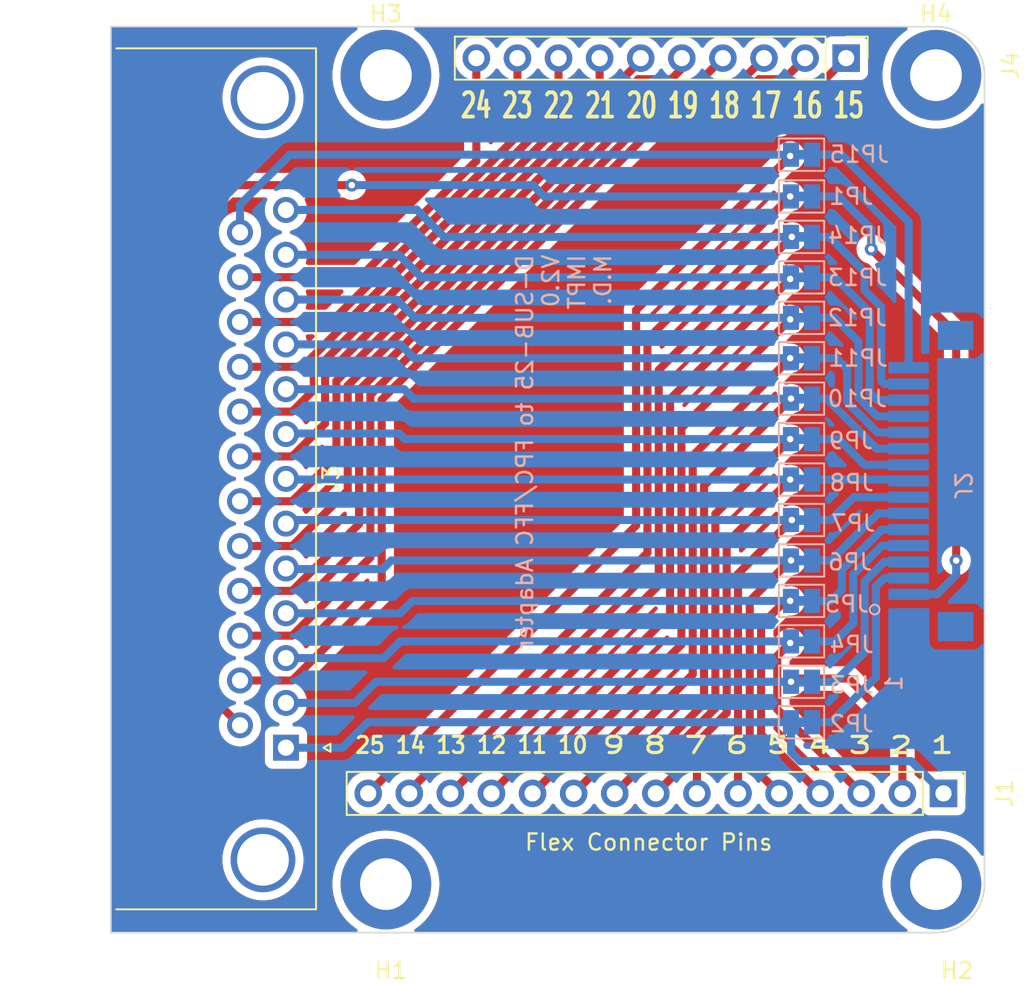
<source format=kicad_pcb>
(kicad_pcb (version 20240108) (generator "pcbnew") (generator_version "8.0")
  (layers (0 "F.Cu" signal) (31 "B.Cu" signal) (34 "B.Paste" user) (35 "F.Paste" user) (36 "B.SilkS" user "B.Silkscreen") (37 "F.SilkS" user "F.Silkscreen") (38 "B.Mask" user) (39 "F.Mask" user) (44 "Edge.Cuts" user))
  (net 0 "")
  (net 1 "Net-(J1-Pin_7)")
  (net 2 "Net-(J1-Pin_2)")
  (net 3 "Net-(J1-Pin_5)")
  (net 4 "Net-(J1-Pin_8)")
  (net 5 "Net-(J1-Pin_9)")
  (net 6 "Net-(J1-Pin_3)")
  (net 7 "Net-(J1-Pin_14)")
  (net 8 "Net-(J1-Pin_12)")
  (net 9 "Net-(J1-Pin_13)")
  (net 10 "Net-(J1-Pin_4)")
  (net 11 "Net-(J1-Pin_1)")
  (net 12 "Net-(J1-Pin_15)")
  (net 13 "Net-(J1-Pin_11)")
  (net 14 "Net-(J1-Pin_10)")
  (net 15 "Net-(J1-Pin_6)")
  (net 16 "/D0_P")
  (net 17 "/D1_N")
  (net 18 "/3,3V")
  (net 19 "/CK_P")
  (net 20 "/IO1")
  (net 21 "/D1_P")
  (net 22 "/D0_N")
  (net 23 "/SCL")
  (net 24 "/SDA")
  (net 25 "/IO0")
  (net 26 "/CK_N")
  (net 27 "GND")
  (net 28 "Net-(J3-P17)")
  (net 29 "Net-(J3-P24)")
  (net 30 "Net-(J3-P18)")
  (net 31 "Net-(J3-P21)")
  (net 32 "Net-(J3-P16)")
  (net 33 "Net-(J3-P22)")
  (net 34 "Net-(J3-P19)")
  (net 35 "Net-(J3-P15)")
  (net 36 "Net-(J3-P20)")
  (net 37 "Net-(J3-P23)")
  (footprint "MountingHole:MountingHole_3.2mm_M3_DIN965_Pad" (layer "F.Cu") (at 179 127)
    (property "Reference" "H2" (at 1.3 5.35 0) (layer "F.SilkS"))
    (property "Value" "MountingHole")
    (pad "1" thru_hole circle (at 0 0) (size 5.6 5.6) (drill 3.2) (layers "*.Cu" "*.Mask"))
  )
  (footprint "MountingHole:MountingHole_3.2mm_M3_DIN965_Pad" (layer "F.Cu") (at 145 127)
    (property "Reference" "H1" (at 0.3 5.35 0) (layer "F.SilkS"))
    (property "Value" "MountingHole")
    (pad "1" thru_hole circle (at 0 0) (size 5.6 5.6) (drill 3.2) (layers "*.Cu" "*.Mask"))
  )
  (footprint "MountingHole:MountingHole_3.2mm_M3_DIN965_Pad" (layer "F.Cu") (at 145 77)
    (property "Reference" "H3" (at 0 -3.8 0) (layer "F.SilkS"))
    (property "Value" "MountingHole")
    (pad "1" thru_hole circle (at 0 0) (size 5.6 5.6) (drill 3.2) (layers "*.Cu" "*.Mask"))
  )
  (footprint "Connector_Dsub:DSUB-25_Female_Horizontal_P2.77x2.84mm_EdgePinOffset7.70mm_Housed_MountingHolesOffset9.12mm" (layer "F.Cu") (at 138.82 118.57 -90)
    (property "Reference" "J3" (at -16.62 -2.8 90) (layer "F.SilkS"))
    (property "Value" "DB25_Female_MountingHoles")
    (fp_line (start -43.23 10.48) (end -43.23 -1.86) (stroke (width 0.12)) (layer "F.SilkS"))
    (fp_line (start -43.23 -1.86) (end 9.99 -1.86) (stroke (width 0.12)) (layer "F.SilkS"))
    (fp_line (start 9.99 -1.86) (end 9.99 10.48) (stroke (width 0.12)) (layer "F.SilkS"))
    (fp_line (start 0 -2.321325) (end -0.25 -2.754338) (stroke (width 0.12)) (layer "F.SilkS"))
    (fp_line (start -0.25 -2.754338) (end 0.25 -2.754338) (stroke (width 0.12)) (layer "F.SilkS"))
    (fp_line (start 0.25 -2.754338) (end 0 -2.321325) (stroke (width 0.12)) (layer "F.SilkS"))
    (pad "0" thru_hole circle (at -40.17 1.42 270) (size 4 4) (drill 3.2) (layers "*.Cu" "*.Mask") (net 27 "GND"))
    (pad "0" thru_hole circle (at 6.93 1.42 270) (size 4 4) (drill 3.2) (layers "*.Cu" "*.Mask") (net 27 "GND"))
    (pad "1" thru_hole rect (at 0 0 270) (size 1.6 1.6) (drill 1) (layers "*.Cu" "*.Mask") (net 11 "Net-(J1-Pin_1)"))
    (pad "2" thru_hole circle (at -2.77 0 270) (size 1.6 1.6) (drill 1) (layers "*.Cu" "*.Mask") (net 2 "Net-(J1-Pin_2)"))
    (pad "3" thru_hole circle (at -5.54 0 270) (size 1.6 1.6) (drill 1) (layers "*.Cu" "*.Mask") (net 6 "Net-(J1-Pin_3)"))
    (pad "4" thru_hole circle (at -8.31 0 270) (size 1.6 1.6) (drill 1) (layers "*.Cu" "*.Mask") (net 10 "Net-(J1-Pin_4)"))
    (pad "5" thru_hole circle (at -11.08 0 270) (size 1.6 1.6) (drill 1) (layers "*.Cu" "*.Mask") (net 3 "Net-(J1-Pin_5)"))
    (pad "6" thru_hole circle (at -13.85 0 270) (size 1.6 1.6) (drill 1) (layers "*.Cu" "*.Mask") (net 15 "Net-(J1-Pin_6)"))
    (pad "7" thru_hole circle (at -16.62 0 270) (size 1.6 1.6) (drill 1) (layers "*.Cu" "*.Mask") (net 1 "Net-(J1-Pin_7)"))
    (pad "8" thru_hole circle (at -19.39 0 270) (size 1.6 1.6) (drill 1) (layers "*.Cu" "*.Mask") (net 4 "Net-(J1-Pin_8)"))
    (pad "9" thru_hole circle (at -22.16 0 270) (size 1.6 1.6) (drill 1) (layers "*.Cu" "*.Mask") (net 5 "Net-(J1-Pin_9)"))
    (pad "10" thru_hole circle (at -24.93 0 270) (size 1.6 1.6) (drill 1) (layers "*.Cu" "*.Mask") (net 14 "Net-(J1-Pin_10)"))
    (pad "11" thru_hole circle (at -27.7 0 270) (size 1.6 1.6) (drill 1) (layers "*.Cu" "*.Mask") (net 13 "Net-(J1-Pin_11)"))
    (pad "12" thru_hole circle (at -30.47 0 270) (size 1.6 1.6) (drill 1) (layers "*.Cu" "*.Mask") (net 8 "Net-(J1-Pin_12)"))
    (pad "13" thru_hole circle (at -33.24 0 270) (size 1.6 1.6) (drill 1) (layers "*.Cu" "*.Mask") (net 9 "Net-(J1-Pin_13)"))
    (pad "14" thru_hole circle (at -1.385 2.84 270) (size 1.6 1.6) (drill 1) (layers "*.Cu" "*.Mask") (net 7 "Net-(J1-Pin_14)"))
    (pad "15" thru_hole circle (at -4.155 2.84 270) (size 1.6 1.6) (drill 1) (layers "*.Cu" "*.Mask") (net 35 "Net-(J3-P15)"))
    (pad "16" thru_hole circle (at -6.925 2.84 270) (size 1.6 1.6) (drill 1) (layers "*.Cu" "*.Mask") (net 32 "Net-(J3-P16)"))
    (pad "17" thru_hole circle (at -9.695 2.84 270) (size 1.6 1.6) (drill 1) (layers "*.Cu" "*.Mask") (net 28 "Net-(J3-P17)"))
    (pad "18" thru_hole circle (at -12.465 2.84 270) (size 1.6 1.6) (drill 1) (layers "*.Cu" "*.Mask") (net 30 "Net-(J3-P18)"))
    (pad "19" thru_hole circle (at -15.235 2.84 270) (size 1.6 1.6) (drill 1) (layers "*.Cu" "*.Mask") (net 34 "Net-(J3-P19)"))
    (pad "20" thru_hole circle (at -18.005 2.84 270) (size 1.6 1.6) (drill 1) (layers "*.Cu" "*.Mask") (net 36 "Net-(J3-P20)"))
    (pad "21" thru_hole circle (at -20.775 2.84 270) (size 1.6 1.6) (drill 1) (layers "*.Cu" "*.Mask") (net 31 "Net-(J3-P21)"))
    (pad "22" thru_hole circle (at -23.545 2.84 270) (size 1.6 1.6) (drill 1) (layers "*.Cu" "*.Mask") (net 33 "Net-(J3-P22)"))
    (pad "23" thru_hole circle (at -26.315 2.84 270) (size 1.6 1.6) (drill 1) (layers "*.Cu" "*.Mask") (net 37 "Net-(J3-P23)"))
    (pad "24" thru_hole circle (at -29.085 2.84 270) (size 1.6 1.6) (drill 1) (layers "*.Cu" "*.Mask") (net 29 "Net-(J3-P24)"))
    (pad "25" thru_hole circle (at -31.855 2.84 270) (size 1.6 1.6) (drill 1) (layers "*.Cu" "*.Mask") (net 12 "Net-(J1-Pin_15)"))
  )
  (footprint "MountingHole:MountingHole_3.2mm_M3_DIN965_Pad" (layer "F.Cu") (at 179 77)
    (property "Reference" "H4" (at 0 -3.8 0) (layer "F.SilkS"))
    (property "Value" "MountingHole")
    (pad "1" thru_hole circle (at 0 0) (size 5.6 5.6) (drill 3.2) (layers "*.Cu" "*.Mask"))
  )
  (footprint "Connector_PinHeader_2.54mm:PinHeader_1x15_P2.54mm_Vertical" (layer "F.Cu") (at 179.464669 121.395 -90)
    (property "Reference" "J1" (at 0 -3.785331 90) (layer "F.SilkS"))
    (property "Value" "Conn_01x15_Pin")
    (fp_line (start -1.33 36.89) (end 1.33 36.89) (stroke (width 0.12)) (layer "F.SilkS"))
    (fp_line (start -1.33 1.27) (end -1.33 36.89) (stroke (width 0.12)) (layer "F.SilkS"))
    (fp_line (start -1.33 1.27) (end 1.33 1.27) (stroke (width 0.12)) (layer "F.SilkS"))
    (fp_line (start 1.33 1.27) (end 1.33 36.89) (stroke (width 0.12)) (layer "F.SilkS"))
    (fp_line (start -1.33 0) (end -1.33 -1.33) (stroke (width 0.12)) (layer "F.SilkS"))
    (fp_line (start -1.33 -1.33) (end 0 -1.33) (stroke (width 0.12)) (layer "F.SilkS"))
    (pad "1" thru_hole rect (at 0 0 270) (size 1.7 1.7) (drill 1) (layers "*.Cu" "*.Mask") (net 11 "Net-(J1-Pin_1)"))
    (pad "2" thru_hole oval (at 0 2.54 270) (size 1.7 1.7) (drill 1) (layers "*.Cu" "*.Mask") (net 2 "Net-(J1-Pin_2)"))
    (pad "3" thru_hole oval (at 0 5.08 270) (size 1.7 1.7) (drill 1) (layers "*.Cu" "*.Mask") (net 6 "Net-(J1-Pin_3)"))
    (pad "4" thru_hole oval (at 0 7.62 270) (size 1.7 1.7) (drill 1) (layers "*.Cu" "*.Mask") (net 10 "Net-(J1-Pin_4)"))
    (pad "5" thru_hole oval (at 0 10.16 270) (size 1.7 1.7) (drill 1) (layers "*.Cu" "*.Mask") (net 3 "Net-(J1-Pin_5)"))
    (pad "6" thru_hole oval (at 0 12.7 270) (size 1.7 1.7) (drill 1) (layers "*.Cu" "*.Mask") (net 15 "Net-(J1-Pin_6)"))
    (pad "7" thru_hole oval (at 0 15.24 270) (size 1.7 1.7) (drill 1) (layers "*.Cu" "*.Mask") (net 1 "Net-(J1-Pin_7)"))
    (pad "8" thru_hole oval (at 0 17.78 270) (size 1.7 1.7) (drill 1) (layers "*.Cu" "*.Mask") (net 4 "Net-(J1-Pin_8)"))
    (pad "9" thru_hole oval (at 0 20.32 270) (size 1.7 1.7) (drill 1) (layers "*.Cu" "*.Mask") (net 5 "Net-(J1-Pin_9)"))
    (pad "10" thru_hole oval (at 0 22.86 270) (size 1.7 1.7) (drill 1) (layers "*.Cu" "*.Mask") (net 14 "Net-(J1-Pin_10)"))
    (pad "11" thru_hole oval (at 0 25.4 270) (size 1.7 1.7) (drill 1) (layers "*.Cu" "*.Mask") (net 13 "Net-(J1-Pin_11)"))
    (pad "12" thru_hole oval (at 0 27.94 270) (size 1.7 1.7) (drill 1) (layers "*.Cu" "*.Mask") (net 8 "Net-(J1-Pin_12)"))
    (pad "13" thru_hole oval (at 0 30.48 270) (size 1.7 1.7) (drill 1) (layers "*.Cu" "*.Mask") (net 9 "Net-(J1-Pin_13)"))
    (pad "14" thru_hole oval (at 0 33.02 270) (size 1.7 1.7) (drill 1) (layers "*.Cu" "*.Mask") (net 7 "Net-(J1-Pin_14)"))
    (pad "15" thru_hole oval (at 0 35.56 270) (size 1.7 1.7) (drill 1) (layers "*.Cu" "*.Mask") (net 12 "Net-(J1-Pin_15)"))
  )
  (footprint "Connector_PinHeader_2.54mm:PinHeader_1x10_P2.54mm_Vertical" (layer "F.Cu") (at 173.449669 75.945 -90)
    (property "Reference" "J4" (at 0.455 -10.150331 90) (layer "F.SilkS"))
    (property "Value" "Conn_01x10_Pin")
    (fp_line (start -1.33 24.19) (end 1.33 24.19) (stroke (width 0.12)) (layer "F.SilkS"))
    (fp_line (start -1.33 1.27) (end -1.33 24.19) (stroke (width 0.12)) (layer "F.SilkS"))
    (fp_line (start -1.33 1.27) (end 1.33 1.27) (stroke (width 0.12)) (layer "F.SilkS"))
    (fp_line (start 1.33 1.27) (end 1.33 24.19) (stroke (width 0.12)) (layer "F.SilkS"))
    (fp_line (start -1.33 0) (end -1.33 -1.33) (stroke (width 0.12)) (layer "F.SilkS"))
    (fp_line (start -1.33 -1.33) (end 0 -1.33) (stroke (width 0.12)) (layer "F.SilkS"))
    (pad "1" thru_hole rect (at 0 0 270) (size 1.7 1.7) (drill 1) (layers "*.Cu" "*.Mask") (net 35 "Net-(J3-P15)"))
    (pad "2" thru_hole oval (at 0 2.54 270) (size 1.7 1.7) (drill 1) (layers "*.Cu" "*.Mask") (net 32 "Net-(J3-P16)"))
    (pad "3" thru_hole oval (at 0 5.08 270) (size 1.7 1.7) (drill 1) (layers "*.Cu" "*.Mask") (net 28 "Net-(J3-P17)"))
    (pad "4" thru_hole oval (at 0 7.62 270) (size 1.7 1.7) (drill 1) (layers "*.Cu" "*.Mask") (net 30 "Net-(J3-P18)"))
    (pad "5" thru_hole oval (at 0 10.16 270) (size 1.7 1.7) (drill 1) (layers "*.Cu" "*.Mask") (net 34 "Net-(J3-P19)"))
    (pad "6" thru_hole oval (at 0 12.7 270) (size 1.7 1.7) (drill 1) (layers "*.Cu" "*.Mask") (net 36 "Net-(J3-P20)"))
    (pad "7" thru_hole oval (at 0 15.24 270) (size 1.7 1.7) (drill 1) (layers "*.Cu" "*.Mask") (net 31 "Net-(J3-P21)"))
    (pad "8" thru_hole oval (at 0 17.78 270) (size 1.7 1.7) (drill 1) (layers "*.Cu" "*.Mask") (net 33 "Net-(J3-P22)"))
    (pad "9" thru_hole oval (at 0 20.32 270) (size 1.7 1.7) (drill 1) (layers "*.Cu" "*.Mask") (net 37 "Net-(J3-P23)"))
    (pad "10" thru_hole oval (at 0 22.86 270) (size 1.7 1.7) (drill 1) (layers "*.Cu" "*.Mask") (net 29 "Net-(J3-P24)"))
  )
  (footprint "Jumper:SolderJumper-2_P1.3mm_Bridged_Pad1.0x1.5mm" (layer "B.Cu") (at 170.689669 109.495 180)
    (property "Reference" "JP5" (at -2.8 -0.2 0) (layer "B.SilkS") (effects (justify mirror)))
    (property "Value" "SolderJumper_2_Bridged")
    (fp_poly (pts (xy -0.25 0.3) (xy 0.25 0.3) (xy 0.25 -0.3) (xy -0.25 -0.3)) (fill solid) (layer "B.Cu"))
    (fp_line (start 1.4 1) (end -1.4 1) (stroke (width 0.12)) (layer "B.SilkS"))
    (fp_line (start 1.4 -1) (end 1.4 1) (stroke (width 0.12)) (layer "B.SilkS"))
    (fp_line (start -1.4 1) (end -1.4 -1) (stroke (width 0.12)) (layer "B.SilkS"))
    (fp_line (start -1.4 -1) (end 1.4 -1) (stroke (width 0.12)) (layer "B.SilkS"))
    (pad "1" smd rect (at -0.65 0 180) (size 1 1.5) (layers "B.Cu" "B.Mask") (net 25 "/IO0"))
    (pad "2" smd rect (at 0.65 0 180) (size 1 1.5) (layers "B.Cu" "B.Mask") (net 10 "Net-(J1-Pin_4)"))
  )
  (footprint "Jumper:SolderJumper-2_P1.3mm_Bridged_Pad1.0x1.5mm" (layer "B.Cu") (at 170.689669 86.995 180)
    (property "Reference" "JP14" (at -3.468 0.088 0) (layer "B.SilkS") (effects (justify mirror)))
    (property "Value" "SolderJumper_2_Bridged")
    (fp_poly (pts (xy -0.25 0.3) (xy 0.25 0.3) (xy 0.25 -0.3) (xy -0.25 -0.3)) (fill solid) (layer "B.Cu"))
    (fp_line (start 1.4 1) (end -1.4 1) (stroke (width 0.12)) (layer "B.SilkS"))
    (fp_line (start 1.4 -1) (end 1.4 1) (stroke (width 0.12)) (layer "B.SilkS"))
    (fp_line (start -1.4 1) (end -1.4 -1) (stroke (width 0.12)) (layer "B.SilkS"))
    (fp_line (start -1.4 -1) (end 1.4 -1) (stroke (width 0.12)) (layer "B.SilkS"))
    (pad "1" smd rect (at -0.65 0 180) (size 1 1.5) (layers "B.Cu" "B.Mask") (net 22 "/D0_N"))
    (pad "2" smd rect (at 0.65 0 180) (size 1 1.5) (layers "B.Cu" "B.Mask") (net 9 "Net-(J1-Pin_13)"))
  )
  (footprint "Jumper:SolderJumper-2_P1.3mm_Bridged_Pad1.0x1.5mm" (layer "B.Cu") (at 170.689669 116.995 180)
    (property "Reference" "JP2" (at -3.1 -0.1 0) (layer "B.SilkS") (effects (justify mirror)))
    (property "Value" "SolderJumper_2_Bridged")
    (fp_poly (pts (xy -0.25 0.3) (xy 0.25 0.3) (xy 0.25 -0.3) (xy -0.25 -0.3)) (fill solid) (layer "B.Cu"))
    (fp_line (start 1.4 1) (end -1.4 1) (stroke (width 0.12)) (layer "B.SilkS"))
    (fp_line (start 1.4 -1) (end 1.4 1) (stroke (width 0.12)) (layer "B.SilkS"))
    (fp_line (start -1.4 1) (end -1.4 -1) (stroke (width 0.12)) (layer "B.SilkS"))
    (fp_line (start -1.4 -1) (end 1.4 -1) (stroke (width 0.12)) (layer "B.SilkS"))
    (pad "1" smd rect (at -0.65 0 180) (size 1 1.5) (layers "B.Cu" "B.Mask") (net 24 "/SDA"))
    (pad "2" smd rect (at 0.65 0 180) (size 1 1.5) (layers "B.Cu" "B.Mask") (net 11 "Net-(J1-Pin_1)"))
  )
  (footprint "Jumper:SolderJumper-2_P1.3mm_Bridged_Pad1.0x1.5mm" (layer "B.Cu") (at 170.689669 91.995 180)
    (property "Reference" "JP12" (at -3.45 0 0) (layer "B.SilkS") (effects (justify mirror)))
    (property "Value" "SolderJumper_2_Bridged")
    (fp_poly (pts (xy -0.25 0.3) (xy 0.25 0.3) (xy 0.25 -0.3) (xy -0.25 -0.3)) (fill solid) (layer "B.Cu"))
    (fp_line (start 1.4 1) (end -1.4 1) (stroke (width 0.12)) (layer "B.SilkS"))
    (fp_line (start 1.4 -1) (end 1.4 1) (stroke (width 0.12)) (layer "B.SilkS"))
    (fp_line (start -1.4 1) (end -1.4 -1) (stroke (width 0.12)) (layer "B.SilkS"))
    (fp_line (start -1.4 -1) (end 1.4 -1) (stroke (width 0.12)) (layer "B.SilkS"))
    (pad "1" smd rect (at -0.65 0 180) (size 1 1.5) (layers "B.Cu" "B.Mask") (net 27 "GND"))
    (pad "2" smd rect (at 0.65 0 180) (size 1 1.5) (layers "B.Cu" "B.Mask") (net 13 "Net-(J1-Pin_11)"))
  )
  (footprint "Jumper:SolderJumper-2_P1.3mm_Bridged_Pad1.0x1.5mm" (layer "B.Cu") (at 170.689669 94.495 180)
    (property "Reference" "JP11" (at -3.5 0 0) (layer "B.SilkS") (effects (justify mirror)))
    (property "Value" "SolderJumper_2_Bridged")
    (fp_poly (pts (xy -0.25 0.3) (xy 0.25 0.3) (xy 0.25 -0.3) (xy -0.25 -0.3)) (fill solid) (layer "B.Cu"))
    (fp_line (start 1.4 1) (end -1.4 1) (stroke (width 0.12)) (layer "B.SilkS"))
    (fp_line (start 1.4 -1) (end 1.4 1) (stroke (width 0.12)) (layer "B.SilkS"))
    (fp_line (start -1.4 1) (end -1.4 -1) (stroke (width 0.12)) (layer "B.SilkS"))
    (fp_line (start -1.4 -1) (end 1.4 -1) (stroke (width 0.12)) (layer "B.SilkS"))
    (pad "1" smd rect (at -0.65 0 180) (size 1 1.5) (layers "B.Cu" "B.Mask") (net 17 "/D1_N"))
    (pad "2" smd rect (at 0.65 0 180) (size 1 1.5) (layers "B.Cu" "B.Mask") (net 14 "Net-(J1-Pin_10)"))
  )
  (footprint "Jumper:SolderJumper-2_P1.3mm_Bridged_Pad1.0x1.5mm" (layer "B.Cu") (at 170.689669 84.495 180)
    (property "Reference" "JP1" (at -3.068 0 0) (layer "B.SilkS") (effects (justify mirror)))
    (property "Value" "SolderJumper_2_Bridged")
    (fp_poly (pts (xy -0.25 0.3) (xy 0.25 0.3) (xy 0.25 -0.3) (xy -0.25 -0.3)) (fill solid) (layer "B.Cu"))
    (fp_line (start 1.4 1) (end -1.4 1) (stroke (width 0.12)) (layer "B.SilkS"))
    (fp_line (start 1.4 -1) (end 1.4 1) (stroke (width 0.12)) (layer "B.SilkS"))
    (fp_line (start -1.4 1) (end -1.4 -1) (stroke (width 0.12)) (layer "B.SilkS"))
    (fp_line (start -1.4 -1) (end 1.4 -1) (stroke (width 0.12)) (layer "B.SilkS"))
    (pad "1" smd rect (at -0.65 0 180) (size 1 1.5) (layers "B.Cu" "B.Mask") (net 18 "/3,3V"))
    (pad "2" smd rect (at 0.65 0 180) (size 1 1.5) (layers "B.Cu" "B.Mask") (net 7 "Net-(J1-Pin_14)"))
  )
  (footprint "Jumper:SolderJumper-2_P1.3mm_Bridged_Pad1.0x1.5mm" (layer "B.Cu") (at 170.689669 104.495 180)
    (property "Reference" "JP7" (at -3.2 -0.2 0) (layer "B.SilkS") (effects (justify mirror)))
    (property "Value" "SolderJumper_2_Bridged")
    (fp_poly (pts (xy -0.25 0.3) (xy 0.25 0.3) (xy 0.25 -0.3) (xy -0.25 -0.3)) (fill solid) (layer "B.Cu"))
    (fp_line (start 1.4 1) (end -1.4 1) (stroke (width 0.12)) (layer "B.SilkS"))
    (fp_line (start 1.4 -1) (end 1.4 1) (stroke (width 0.12)) (layer "B.SilkS"))
    (fp_line (start -1.4 1) (end -1.4 -1) (stroke (width 0.12)) (layer "B.SilkS"))
    (fp_line (start -1.4 -1) (end 1.4 -1) (stroke (width 0.12)) (layer "B.SilkS"))
    (pad "1" smd rect (at -0.65 0 180) (size 1 1.5) (layers "B.Cu" "B.Mask") (net 19 "/CK_P"))
    (pad "2" smd rect (at 0.65 0 180) (size 1 1.5) (layers "B.Cu" "B.Mask") (net 15 "Net-(J1-Pin_6)"))
  )
  (footprint "Jumper:SolderJumper-2_P1.3mm_Bridged_Pad1.0x1.5mm" (layer "B.Cu") (at 170.689669 89.495 180)
    (property "Reference" "JP13" (at -3.468 -0.018 0) (layer "B.SilkS") (effects (justify mirror)))
    (property "Value" "SolderJumper_2_Bridged")
    (fp_poly (pts (xy -0.25 0.3) (xy 0.25 0.3) (xy 0.25 -0.3) (xy -0.25 -0.3)) (fill solid) (layer "B.Cu"))
    (fp_line (start 1.4 1) (end -1.4 1) (stroke (width 0.12)) (layer "B.SilkS"))
    (fp_line (start 1.4 -1) (end 1.4 1) (stroke (width 0.12)) (layer "B.SilkS"))
    (fp_line (start -1.4 1) (end -1.4 -1) (stroke (width 0.12)) (layer "B.SilkS"))
    (fp_line (start -1.4 -1) (end 1.4 -1) (stroke (width 0.12)) (layer "B.SilkS"))
    (pad "1" smd rect (at -0.65 0 180) (size 1 1.5) (layers "B.Cu" "B.Mask") (net 16 "/D0_P"))
    (pad "2" smd rect (at 0.65 0 180) (size 1 1.5) (layers "B.Cu" "B.Mask") (net 8 "Net-(J1-Pin_12)"))
  )
  (footprint "Jumper:SolderJumper-2_P1.3mm_Bridged_Pad1.0x1.5mm" (layer "B.Cu") (at 170.689669 99.495 180)
    (property "Reference" "JP9" (at -3.05 -0.1 0) (layer "B.SilkS") (effects (justify mirror)))
    (property "Value" "SolderJumper_2_Bridged")
    (fp_poly (pts (xy -0.25 0.3) (xy 0.25 0.3) (xy 0.25 -0.3) (xy -0.25 -0.3)) (fill solid) (layer "B.Cu"))
    (fp_line (start 1.4 1) (end -1.4 1) (stroke (width 0.12)) (layer "B.SilkS"))
    (fp_line (start 1.4 -1) (end 1.4 1) (stroke (width 0.12)) (layer "B.SilkS"))
    (fp_line (start -1.4 1) (end -1.4 -1) (stroke (width 0.12)) (layer "B.SilkS"))
    (fp_line (start -1.4 -1) (end 1.4 -1) (stroke (width 0.12)) (layer "B.SilkS"))
    (pad "1" smd rect (at -0.65 0 180) (size 1 1.5) (layers "B.Cu" "B.Mask") (net 27 "GND"))
    (pad "2" smd rect (at 0.65 0 180) (size 1 1.5) (layers "B.Cu" "B.Mask") (net 4 "Net-(J1-Pin_8)"))
  )
  (footprint "Jumper:SolderJumper-2_P1.3mm_Bridged_Pad1.0x1.5mm" (layer "B.Cu") (at 170.689669 101.995 180)
    (property "Reference" "JP8" (at -3.1 -0.2 0) (layer "B.SilkS") (effects (justify mirror)))
    (property "Value" "SolderJumper_2_Bridged")
    (fp_poly (pts (xy -0.25 0.3) (xy 0.25 0.3) (xy 0.25 -0.3) (xy -0.25 -0.3)) (fill solid) (layer "B.Cu"))
    (fp_line (start 1.4 1) (end -1.4 1) (stroke (width 0.12)) (layer "B.SilkS"))
    (fp_line (start 1.4 -1) (end 1.4 1) (stroke (width 0.12)) (layer "B.SilkS"))
    (fp_line (start -1.4 1) (end -1.4 -1) (stroke (width 0.12)) (layer "B.SilkS"))
    (fp_line (start -1.4 -1) (end 1.4 -1) (stroke (width 0.12)) (layer "B.SilkS"))
    (pad "1" smd rect (at -0.65 0 180) (size 1 1.5) (layers "B.Cu" "B.Mask") (net 26 "/CK_N"))
    (pad "2" smd rect (at 0.65 0 180) (size 1 1.5) (layers "B.Cu" "B.Mask") (net 1 "Net-(J1-Pin_7)"))
  )
  (footprint "Jumper:SolderJumper-2_P1.3mm_Bridged_Pad1.0x1.5mm" (layer "B.Cu") (at 170.689669 111.995 180)
    (property "Reference" "JP4" (at -3.1 -0.2 0) (layer "B.SilkS") (effects (justify mirror)))
    (property "Value" "SolderJumper_2_Bridged")
    (fp_poly (pts (xy -0.25 0.3) (xy 0.25 0.3) (xy 0.25 -0.3) (xy -0.25 -0.3)) (fill solid) (layer "B.Cu"))
    (fp_line (start 1.4 1) (end -1.4 1) (stroke (width 0.12)) (layer "B.SilkS"))
    (fp_line (start 1.4 -1) (end 1.4 1) (stroke (width 0.12)) (layer "B.SilkS"))
    (fp_line (start -1.4 1) (end -1.4 -1) (stroke (width 0.12)) (layer "B.SilkS"))
    (fp_line (start -1.4 -1) (end 1.4 -1) (stroke (width 0.12)) (layer "B.SilkS"))
    (pad "1" smd rect (at -0.65 0 180) (size 1 1.5) (layers "B.Cu" "B.Mask") (net 20 "/IO1"))
    (pad "2" smd rect (at 0.65 0 180) (size 1 1.5) (layers "B.Cu" "B.Mask") (net 6 "Net-(J1-Pin_3)"))
  )
  (footprint "Jumper:SolderJumper-2_P1.3mm_Bridged_Pad1.0x1.5mm" (layer "B.Cu") (at 170.689669 114.495 180)
    (property "Reference" "JP3" (at -3.1 -0.2 0) (layer "B.SilkS") (effects (justify mirror)))
    (property "Value" "SolderJumper_2_Bridged")
    (fp_poly (pts (xy -0.25 0.3) (xy 0.25 0.3) (xy 0.25 -0.3) (xy -0.25 -0.3)) (fill solid) (layer "B.Cu"))
    (fp_line (start 1.4 1) (end -1.4 1) (stroke (width 0.12)) (layer "B.SilkS"))
    (fp_line (start 1.4 -1) (end 1.4 1) (stroke (width 0.12)) (layer "B.SilkS"))
    (fp_line (start -1.4 1) (end -1.4 -1) (stroke (width 0.12)) (layer "B.SilkS"))
    (fp_line (start -1.4 -1) (end 1.4 -1) (stroke (width 0.12)) (layer "B.SilkS"))
    (pad "1" smd rect (at -0.65 0 180) (size 1 1.5) (layers "B.Cu" "B.Mask") (net 23 "/SCL"))
    (pad "2" smd rect (at 0.65 0 180) (size 1 1.5) (layers "B.Cu" "B.Mask") (net 2 "Net-(J1-Pin_2)"))
  )
  (footprint "Jumper:SolderJumper-2_P1.3mm_Bridged_Pad1.0x1.5mm" (layer "B.Cu") (at 170.689669 96.995 180)
    (property "Reference" "JP10" (at -3.45 0 0) (layer "B.SilkS") (effects (justify mirror)))
    (property "Value" "SolderJumper_2_Bridged")
    (fp_poly (pts (xy -0.25 0.3) (xy 0.25 0.3) (xy 0.25 -0.3) (xy -0.25 -0.3)) (fill solid) (layer "B.Cu"))
    (fp_line (start 1.4 1) (end -1.4 1) (stroke (width 0.12)) (layer "B.SilkS"))
    (fp_line (start 1.4 -1) (end 1.4 1) (stroke (width 0.12)) (layer "B.SilkS"))
    (fp_line (start -1.4 1) (end -1.4 -1) (stroke (width 0.12)) (layer "B.SilkS"))
    (fp_line (start -1.4 -1) (end 1.4 -1) (stroke (width 0.12)) (layer "B.SilkS"))
    (pad "1" smd rect (at -0.65 0 180) (size 1 1.5) (layers "B.Cu" "B.Mask") (net 21 "/D1_P"))
    (pad "2" smd rect (at 0.65 0 180) (size 1 1.5) (layers "B.Cu" "B.Mask") (net 5 "Net-(J1-Pin_9)"))
  )
  (footprint "Jumper:SolderJumper-2_P1.3mm_Bridged_Pad1.0x1.5mm" (layer "B.Cu") (at 170.689669 81.915 180)
    (property "Reference" "JP15" (at -3.57 0.02 0) (layer "B.SilkS") (effects (justify mirror)))
    (property "Value" "SolderJumper_2_Bridged")
    (fp_poly (pts (xy -0.25 0.3) (xy 0.25 0.3) (xy 0.25 -0.3) (xy -0.25 -0.3)) (fill solid) (layer "B.Cu"))
    (fp_line (start 1.4 1) (end -1.4 1) (stroke (width 0.12)) (layer "B.SilkS"))
    (fp_line (start 1.4 -1) (end 1.4 1) (stroke (width 0.12)) (layer "B.SilkS"))
    (fp_line (start -1.4 1) (end -1.4 -1) (stroke (width 0.12)) (layer "B.SilkS"))
    (fp_line (start -1.4 -1) (end 1.4 -1) (stroke (width 0.12)) (layer "B.SilkS"))
    (pad "1" smd rect (at -0.65 0 180) (size 1 1.5) (layers "B.Cu" "B.Mask") (net 27 "GND"))
    (pad "2" smd rect (at 0.65 0 180) (size 1 1.5) (layers "B.Cu" "B.Mask") (net 12 "Net-(J1-Pin_15)"))
  )
  (footprint "Jumper:SolderJumper-2_P1.3mm_Bridged_Pad1.0x1.5mm" (layer "B.Cu") (at 170.689669 106.995 180)
    (property "Reference" "JP6" (at -3 -0.1 0) (layer "B.SilkS") (effects (justify mirror)))
    (property "Value" "SolderJumper_2_Bridged")
    (fp_poly (pts (xy -0.25 0.3) (xy 0.25 0.3) (xy 0.25 -0.3) (xy -0.25 -0.3)) (fill solid) (layer "B.Cu"))
    (fp_line (start 1.4 1) (end -1.4 1) (stroke (width 0.12)) (layer "B.SilkS"))
    (fp_line (start 1.4 -1) (end 1.4 1) (stroke (width 0.12)) (layer "B.SilkS"))
    (fp_line (start -1.4 1) (end -1.4 -1) (stroke (width 0.12)) (layer "B.SilkS"))
    (fp_line (start -1.4 -1) (end 1.4 -1) (stroke (width 0.12)) (layer "B.SilkS"))
    (pad "1" smd rect (at -0.65 0 180) (size 1 1.5) (layers "B.Cu" "B.Mask") (net 27 "GND"))
    (pad "2" smd rect (at 0.65 0 180) (size 1 1.5) (layers "B.Cu" "B.Mask") (net 3 "Net-(J1-Pin_5)"))
  )
  (footprint "MyFootprintLibrary:15P 1mm FPC FFC Flat Cable Connector" (layer "B.Cu") (at 177.759669 102.083 -90)
    (property "Reference" "J2" (at 0.3 -2.9 -90) (layer "B.SilkS") (effects (justify mirror)))
    (property "Value" "Conn_01x15")
    (fp_circle (center 7.95 2.55) (end 7.95 2.25) (stroke (width 0.12)) (fill none) (layer "B.SilkS"))
    (fp_text user "1" (at 12.5 1.35 90) (layer "B.SilkS") (effects (justify mirror)))
    (pad "" smd rect (at -9 -2.45 270) (size 1.8 2.2) (layers "B.Cu" "B.Paste" "B.Mask"))
    (pad "" smd rect (at 9 -2.45 270) (size 1.8 2.2) (layers "B.Cu" "B.Paste" "B.Mask"))
    (pad "1" smd rect (at 7 0.45 270) (size 0.7 2.5) (layers "B.Cu" "B.Paste" "B.Mask") (net 18 "/3,3V"))
    (pad "2" smd rect (at 6 0.45 270) (size 0.7 2.5) (layers "B.Cu" "B.Paste" "B.Mask") (net 24 "/SDA"))
    (pad "3" smd rect (at 5 0.45 270) (size 0.7 2.5) (layers "B.Cu" "B.Paste" "B.Mask") (net 23 "/SCL"))
    (pad "4" smd rect (at 4 0.45 270) (size 0.7 2.5) (layers "B.Cu" "B.Paste" "B.Mask") (net 20 "/IO1"))
    (pad "5" smd rect (at 3 0.45 270) (size 0.7 2.5) (layers "B.Cu" "B.Paste" "B.Mask") (net 25 "/IO0"))
    (pad "6" smd rect (at 2 0.45 270) (size 0.7 2.5) (layers "B.Cu" "B.Paste" "B.Mask") (net 27 "GND"))
    (pad "7" smd rect (at 1 0.45 270) (size 0.7 2.5) (layers "B.Cu" "B.Paste" "B.Mask") (net 19 "/CK_P"))
    (pad "8" smd rect (at 0 0.45 270) (size 0.7 2.5) (layers "B.Cu" "B.Paste" "B.Mask") (net 26 "/CK_N"))
    (pad "9" smd rect (at -1 0.45 270) (size 0.7 2.5) (layers "B.Cu" "B.Paste" "B.Mask") (net 27 "GND"))
    (pad "10" smd rect (at -2 0.45 270) (size 0.7 2.5) (layers "B.Cu" "B.Paste" "B.Mask") (net 21 "/D1_P"))
    (pad "11" smd rect (at -3 0.45 270) (size 0.7 2.5) (layers "B.Cu" "B.Paste" "B.Mask") (net 17 "/D1_N"))
    (pad "12" smd rect (at -4 0.45 270) (size 0.7 2.5) (layers "B.Cu" "B.Paste" "B.Mask") (net 27 "GND"))
    (pad "13" smd rect (at -5 0.45 270) (size 0.7 2.5) (layers "B.Cu" "B.Paste" "B.Mask") (net 16 "/D0_P"))
    (pad "14" smd rect (at -6 0.45 270) (size 0.7 2.5) (layers "B.Cu" "B.Paste" "B.Mask") (net 22 "/D0_N"))
    (pad "15" smd rect (at -7 0.45 270) (size 0.7 2.5) (layers "B.Cu" "B.Paste" "B.Mask") (net 27 "GND"))
  )
  (gr_line (start 128 130) (end 179 130) (stroke (width 0.1)) (layer "Edge.Cuts"))
  (gr_arc (start 182 127) (mid 181.12132 129.12132) (end 179 130) (stroke (width 0.1)) (layer "Edge.Cuts"))
  (gr_line (start 182 127) (end 182 77) (stroke (width 0.1)) (layer "Edge.Cuts"))
  (gr_line (start 179 74) (end 128 74) (stroke (width 0.1)) (layer "Edge.Cuts"))
  (gr_line (start 128 74) (end 128 130) (stroke (width 0.1)) (layer "Edge.Cuts"))
  (gr_arc (start 179 74) (mid 181.12132 74.87868) (end 182 77) (stroke (width 0.1)) (layer "Edge.Cuts"))
  (gr_text "D-SUB-25 to FPC/FFC Adapter\nV2.0\nIMPT\nM.D." (at 159 88 90) (layer "B.SilkS") (effects (font (size 1 1)) (justify left bottom mirror)))
  (gr_text "25 14 13 12 11 10" (at 143 119 0) (layer "F.SilkS") (effects (font (size 1 0.94) (thickness 0.188) (bold yes)) (justify left bottom)))
  (gr_text "24 23 22 21 20 19 18 17 16 15 " (at 149.5 79.75 0) (layer "F.SilkS") (effects (font (size 1.5 0.96) (thickness 0.235) (bold yes)) (justify left bottom)))
  (gr_text "Flex Connector Pins" (at 153.5 125 0) (layer "F.SilkS") (effects (font (size 1 1)) (justify left bottom)))
  (gr_text "9 8 7 6 5 4 3 2 1" (at 158.25 119 0) (layer "F.SilkS") (effects (font (size 1 1.48) (thickness 0.2) (bold yes)) (justify left bottom)))
  (segment (start 164.224669 121.395) (end 164.224669 118.26) (width 0.5) (layer "F.Cu") (net 1))
  (segment (start 166.064669 105.92) (end 169.989669 101.995) (width 0.5) (layer "F.Cu") (net 1))
  (segment (start 164.224669 118.26) (end 166.064669 116.42) (width 0.5) (layer "F.Cu") (net 1))
  (segment (start 166.064669 116.42) (end 166.064669 105.92) (width 0.5) (layer "F.Cu") (net 1))
  (via (at 169.989669 101.995) (size 0.8) (drill 0.4) (layers "F.Cu" "B.Cu") (net 1))
  (segment (start 170.039669 101.995) (end 138.865 101.995) (width 0.5) (layer "B.Cu") (net 1))
  (segment (start 138.865 101.995) (end 138.82 101.95) (width 0.5) (layer "B.Cu") (net 1))
  (segment (start 176.924669 117.63) (end 173.589669 114.295) (width 0.5) (layer "F.Cu") (net 2))
  (segment (start 173.589669 114.295) (end 170.239669 114.295) (width 0.5) (layer "F.Cu") (net 2))
  (segment (start 170.239669 114.295) (end 170.039669 114.495) (width 0.5) (layer "F.Cu") (net 2))
  (segment (start 176.924669 121.395) (end 176.924669 117.63) (width 0.5) (layer "F.Cu") (net 2))
  (via (at 170.039669 114.495) (size 0.8) (drill 0.4) (layers "F.Cu" "B.Cu") (net 2))
  (segment (start 170.039669 114.495) (end 168.589669 114.495) (width 0.5) (layer "B.Cu") (net 2))
  (segment (start 144.389669 114.495) (end 143.084669 115.8) (width 0.5) (layer "B.Cu") (net 2))
  (segment (start 168.589669 114.495) (end 144.389669 114.495) (width 0.5) (layer "B.Cu") (net 2))
  (segment (start 143.084669 115.8) (end 138.82 115.8) (width 0.5) (layer "B.Cu") (net 2))
  (segment (start 169.304669 121.395) (end 167.489669 119.58) (width 0.5) (layer "F.Cu") (net 3))
  (segment (start 167.489669 119.58) (end 167.489669 109.495) (width 0.5) (layer "F.Cu") (net 3))
  (segment (start 167.489669 109.495) (end 169.889669 107.095) (width 0.5) (layer "F.Cu") (net 3))
  (segment (start 169.889669 107.095) (end 169.939669 107.095) (width 0.5) (layer "F.Cu") (net 3))
  (segment (start 169.939669 107.095) (end 170.039669 106.995) (width 0.5) (layer "F.Cu") (net 3))
  (via (at 170.039669 106.995) (size 0.8) (drill 0.4) (layers "F.Cu" "B.Cu") (net 3))
  (segment (start 145.331669 106.995) (end 144.797669 107.529) (width 0.5) (layer "B.Cu") (net 3))
  (segment (start 170.039669 106.995) (end 145.331669 106.995) (width 0.5) (layer "B.Cu") (net 3))
  (segment (start 138.859 107.529) (end 138.82 107.49) (width 0.5) (layer "B.Cu") (net 3))
  (segment (start 144.797669 107.529) (end 138.859 107.529) (width 0.5) (layer "B.Cu") (net 3))
  (segment (start 163.524669 117.97005) (end 165.364669 116.13005) (width 0.5) (layer "F.Cu") (net 4))
  (segment (start 165.364669 116.13005) (end 165.364669 104.12) (width 0.5) (layer "F.Cu") (net 4))
  (segment (start 163.524669 119.555) (end 163.524669 117.97005) (width 0.5) (layer "F.Cu") (net 4))
  (segment (start 165.364669 104.12) (end 169.989669 99.495) (width 0.5) (layer "F.Cu") (net 4))
  (segment (start 161.684669 121.395) (end 163.524669 119.555) (width 0.5) (layer "F.Cu") (net 4))
  (via (at 169.989669 99.495) (size 0.8) (drill 0.4) (layers "F.Cu" "B.Cu") (net 4))
  (segment (start 170.039669 99.495) (end 146.161669 99.495) (width 0.5) (layer "B.Cu") (net 4))
  (segment (start 138.853 99.147) (end 138.82 99.18) (width 0.5) (layer "B.Cu") (net 4))
  (segment (start 145.813669 99.147) (end 138.853 99.147) (width 0.5) (layer "B.Cu") (net 4))
  (segment (start 146.161669 99.495) (end 145.813669 99.147) (width 0.5) (layer "B.Cu") (net 4))
  (segment (start 162.824669 117.6801) (end 164.664669 115.8401) (width 0.5) (layer "F.Cu") (net 5))
  (segment (start 164.664669 102.37) (end 170.039669 96.995) (width 0.5) (layer "F.Cu") (net 5))
  (segment (start 164.664669 115.8401) (end 164.664669 102.37) (width 0.5) (layer "F.Cu") (net 5))
  (segment (start 159.144669 121.395) (end 162.824669 117.715) (width 0.5) (layer "F.Cu") (net 5))
  (segment (start 162.824669 117.715) (end 162.824669 117.6801) (width 0.5) (layer "F.Cu") (net 5))
  (via (at 170.039669 96.995) (size 0.8) (drill 0.4) (layers "F.Cu" "B.Cu") (net 5))
  (segment (start 146.709669 96.995) (end 146.124669 96.41) (width 0.5) (layer "B.Cu") (net 5))
  (segment (start 146.124669 96.41) (end 138.82 96.41) (width 0.5) (layer "B.Cu") (net 5))
  (segment (start 170.039669 96.995) (end 146.709669 96.995) (width 0.5) (layer "B.Cu") (net 5))
  (segment (start 169.189669 116.2) (end 169.189669 112.895) (width 0.5) (layer "F.Cu") (net 6))
  (segment (start 169.189669 112.895) (end 169.989669 112.095) (width 0.5) (layer "F.Cu") (net 6))
  (segment (start 174.384669 121.395) (end 169.189669 116.2) (width 0.5) (layer "F.Cu") (net 6))
  (via (at 169.989669 112.095) (size 0.8) (drill 0.4) (layers "F.Cu" "B.Cu") (net 6))
  (segment (start 144.854669 113.03) (end 138.82 113.03) (width 0.5) (layer "B.Cu") (net 6))
  (segment (start 145.889669 111.995) (end 144.854669 113.03) (width 0.5) (layer "B.Cu") (net 6))
  (segment (start 170.039669 111.995) (end 145.889669 111.995) (width 0.5) (layer "B.Cu") (net 6))
  (segment (start 146.444669 121.395) (end 146.444669 121.24) (width 0.5) (layer "F.Cu") (net 7))
  (segment (start 161.164669 93.32) (end 169.989669 84.495) (width 0.5) (layer "F.Cu") (net 7))
  (segment (start 146.444669 121.24) (end 161.164669 106.52) (width 0.5) (layer "F.Cu") (net 7))
  (segment (start 132.989669 85.995) (end 132.989669 114.194669) (width 0.5) (layer "F.Cu") (net 7))
  (segment (start 142.889669 83.795) (end 135.189669 83.795) (width 0.5) (layer "F.Cu") (net 7))
  (segment (start 161.164669 106.52) (end 161.164669 93.32) (width 0.5) (layer "F.Cu") (net 7))
  (segment (start 135.189669 83.795) (end 132.989669 85.995) (width 0.5) (layer "F.Cu") (net 7))
  (segment (start 132.989669 114.194669) (end 135.98 117.185) (width 0.5) (layer "F.Cu") (net 7))
  (via (at 169.989669 84.495) (size 0.8) (drill 0.4) (layers "F.Cu" "B.Cu") (net 7))
  (via (at 142.889669 83.795) (size 0.8) (drill 0.4) (layers "F.Cu" "B.Cu") (net 7))
  (segment (start 170.039669 84.495) (end 154.789669 84.495) (width 0.5) (layer "B.Cu") (net 7))
  (segment (start 154.089669 83.795) (end 142.889669 83.795) (width 0.5) (layer "B.Cu") (net 7))
  (segment (start 154.789669 84.495) (end 154.089669 83.795) (width 0.5) (layer "B.Cu") (net 7))
  (segment (start 151.524669 121.36) (end 162.564669 110.32) (width 0.5) (layer "F.Cu") (net 8))
  (segment (start 162.564669 110.32) (end 162.564669 97.02) (width 0.5) (layer "F.Cu") (net 8))
  (segment (start 151.524669 121.395) (end 151.524669 121.36) (width 0.5) (layer "F.Cu") (net 8))
  (segment (start 162.564669 97.02) (end 169.989669 89.595) (width 0.5) (layer "F.Cu") (net 8))
  (via (at 169.989669 89.595) (size 0.8) (drill 0.4) (layers "F.Cu" "B.Cu") (net 8))
  (segment (start 147.189669 89.495) (end 145.794669 88.1) (width 0.5) (layer "B.Cu") (net 8))
  (segment (start 170.039669 89.495) (end 147.189669 89.495) (width 0.5) (layer "B.Cu") (net 8))
  (segment (start 145.794669 88.1) (end 138.82 88.1) (width 0.5) (layer "B.Cu") (net 8))
  (segment (start 148.984669 121.395) (end 148.989669 121.395) (width 0.5) (layer "F.Cu") (net 9))
  (segment (start 161.864669 95.22) (end 170.089669 86.995) (width 0.5) (layer "F.Cu") (net 9))
  (segment (start 161.864669 108.52) (end 161.864669 95.22) (width 0.5) (layer "F.Cu") (net 9))
  (segment (start 148.989669 121.395) (end 161.864669 108.52) (width 0.5) (layer "F.Cu") (net 9))
  (via (at 170.089669 86.995) (size 0.8) (drill 0.4) (layers "F.Cu" "B.Cu") (net 9))
  (segment (start 146.889669 85.295) (end 146.854669 85.33) (width 0.5) (layer "B.Cu") (net 9))
  (segment (start 146.854669 85.33) (end 138.82 85.33) (width 0.5) (layer "B.Cu") (net 9))
  (segment (start 170.039669 86.995) (end 148.589669 86.995) (width 0.5) (layer "B.Cu") (net 9))
  (segment (start 148.589669 86.995) (end 146.889669 85.295) (width 0.5) (layer "B.Cu") (net 9))
  (segment (start 169.689669 109.495) (end 169.989669 109.495) (width 0.5) (layer "F.Cu") (net 10))
  (segment (start 168.189669 110.995) (end 169.689669 109.495) (width 0.5) (layer "F.Cu") (net 10))
  (segment (start 171.844669 121.395) (end 168.189669 117.74) (width 0.5) (layer "F.Cu") (net 10))
  (segment (start 168.189669 117.74) (end 168.189669 110.995) (width 0.5) (layer "F.Cu") (net 10))
  (via (at 169.989669 109.495) (size 0.8) (drill 0.4) (layers "F.Cu" "B.Cu") (net 10))
  (segment (start 146.641669 109.495) (end 145.876669 110.26) (width 0.5) (layer "B.Cu") (net 10))
  (segment (start 170.039669 109.495) (end 146.641669 109.495) (width 0.5) (layer "B.Cu") (net 10))
  (segment (start 145.876669 110.26) (end 138.82 110.26) (width 0.5) (layer "B.Cu") (net 10))
  (segment (start 170.6 119.4) (end 177.469669 119.4) (width 0.5) (layer "B.Cu") (net 11))
  (segment (start 143.889669 116.995) (end 142.314669 118.57) (width 0.5) (layer "B.Cu") (net 11))
  (segment (start 177.469669 119.4) (end 179.464669 121.395) (width 0.5) (layer "B.Cu") (net 11))
  (segment (start 142.314669 118.57) (end 138.82 118.57) (width 0.5) (layer "B.Cu") (net 11))
  (segment (start 170.039669 116.995) (end 143.889669 116.995) (width 0.5) (layer "B.Cu") (net 11))
  (segment (start 170.039669 118.839669) (end 170.6 119.4) (width 0.5) (layer "B.Cu") (net 11))
  (segment (start 170.039669 116.995) (end 170.039669 118.839669) (width 0.5) (layer "B.Cu") (net 11))
  (segment (start 160.464669 104.835) (end 160.464669 91.52) (width 0.5) (layer "F.Cu") (net 12))
  (segment (start 160.464669 91.52) (end 169.989669 81.995) (width 0.5) (layer "F.Cu") (net 12))
  (segment (start 143.904669 121.395) (end 160.464669 104.835) (width 0.5) (layer "F.Cu") (net 12))
  (via (at 169.989669 81.995) (size 0.8) (drill 0.4) (layers "F.Cu" "B.Cu") (net 12))
  (segment (start 139.069669 81.915) (end 170.039669 81.915) (width 0.5) (layer "B.Cu") (net 12))
  (segment (start 135.98 86.715) (end 135.98 85.004669) (width 0.5) (layer "B.Cu") (net 12))
  (segment (start 135.98 85.004669) (end 139.069669 81.915) (width 0.5) (layer "B.Cu") (net 12))
  (segment (start 163.264669 112.195) (end 154.064669 121.395) (width 0.5) (layer "F.Cu") (net 13))
  (segment (start 163.264669 98.82) (end 163.264669 112.195) (width 0.5) (layer "F.Cu") (net 13))
  (segment (start 169.989669 92.095) (end 163.264669 98.82) (width 0.5) (layer "F.Cu") (net 13))
  (via (at 169.989669 92.095) (size 0.8) (drill 0.4) (layers "F.Cu" "B.Cu") (net 13))
  (segment (start 145.664669 90.87) (end 138.82 90.87) (width 0.5) (layer "B.Cu") (net 13))
  (segment (start 146.789669 91.995) (end 145.664669 90.87) (width 0.5) (layer "B.Cu") (net 13))
  (segment (start 170.039669 91.995) (end 146.789669 91.995) (width 0.5) (layer "B.Cu") (net 13))
  (segment (start 163.964669 100.52) (end 169.989669 94.495) (width 0.5) (layer "F.Cu") (net 14))
  (segment (start 156.604669 121.395) (end 163.964669 114.035) (width 0.5) (layer "F.Cu") (net 14))
  (segment (start 163.964669 114.035) (end 163.964669 100.52) (width 0.5) (layer "F.Cu") (net 14))
  (via (at 169.989669 94.495) (size 0.8) (drill 0.4) (layers "F.Cu" "B.Cu") (net 14))
  (segment (start 170.039669 94.495) (end 146.749669 94.495) (width 0.5) (layer "B.Cu") (net 14))
  (segment (start 145.894669 93.64) (end 138.82 93.64) (width 0.5) (layer "B.Cu") (net 14))
  (segment (start 146.749669 94.495) (end 145.894669 93.64) (width 0.5) (layer "B.Cu") (net 14))
  (segment (start 166.764669 121.395) (end 166.764669 107.82) (width 0.5) (layer "F.Cu") (net 15))
  (segment (start 166.764669 107.82) (end 170.089669 104.495) (width 0.5) (layer "F.Cu") (net 15))
  (via (at 170.089669 104.495) (size 0.8) (drill 0.4) (layers "F.Cu" "B.Cu") (net 15))
  (segment (start 170.039669 104.495) (end 139.045 104.495) (width 0.5) (layer "B.Cu") (net 15))
  (segment (start 139.045 104.495) (end 138.82 104.72) (width 0.5) (layer "B.Cu") (net 15))
  (segment (start 174.909669 96.615) (end 175.377669 97.083) (width 0.5) (layer "B.Cu") (net 16))
  (segment (start 174.909669 91.659669) (end 174.909669 96.615) (width 0.5) (layer "B.Cu") (net 16))
  (segment (start 175.377669 97.083) (end 177.309669 97.083) (width 0.5) (layer "B.Cu") (net 16))
  (segment (start 172.745 89.495) (end 174.909669 91.659669) (width 0.5) (layer "B.Cu") (net 16))
  (segment (start 171.339669 89.495) (end 172.745 89.495) (width 0.5) (layer "B.Cu") (net 16))
  (segment (start 173.509669 97.20495) (end 175.387719 99.083) (width 0.5) (layer "B.Cu") (net 17))
  (segment (start 172.849719 94.495) (end 173.509669 95.15495) (width 0.5) (layer "B.Cu") (net 17))
  (segment (start 173.509669 95.15495) (end 173.509669 97.20495) (width 0.5) (layer "B.Cu") (net 17))
  (segment (start 175.387719 99.083) (end 177.309669 99.083) (width 0.5) (layer "B.Cu") (net 17))
  (segment (start 171.339669 94.495) (end 172.849719 94.495) (width 0.5) (layer "B.Cu") (net 17))
  (segment (start 175 87.75) (end 180.25 93) (width 0.5) (layer "F.Cu") (net 18))
  (segment (start 180.25 93) (end 180.25 107) (width 0.5) (layer "F.Cu") (net 18))
  (via (at 180.25 107) (size 0.8) (drill 0.4) (layers "F.Cu" "B.Cu") (net 18))
  (via (at 175 87.75) (size 0.8) (drill 0.4) (layers "F.Cu" "B.Cu") (net 18))
  (segment (start 177.309669 109.083) (end 179.059669 109.083) (width 0.5) (layer "B.Cu") (net 18))
  (segment (start 180.25 107.892669) (end 180.25 107) (width 0.5) (layer "B.Cu") (net 18))
  (segment (start 179.059669 109.083) (end 180.25 107.892669) (width 0.5) (layer "B.Cu") (net 18))
  (segment (start 172.995 84.495) (end 175 86.5) (width 0.5) (layer "B.Cu") (net 18))
  (segment (start 175 86.5) (end 175 87.75) (width 0.5) (layer "B.Cu") (net 18))
  (segment (start 171.339669 84.495) (end 172.995 84.495) (width 0.5) (layer "B.Cu") (net 18))
  (segment (start 171.339669 104.495) (end 172.505 104.495) (width 0.5) (layer "B.Cu") (net 19))
  (segment (start 173.917 103.083) (end 177.309669 103.083) (width 0.5) (layer "B.Cu") (net 19))
  (segment (start 172.505 104.495) (end 173.917 103.083) (width 0.5) (layer "B.Cu") (net 19))
  (segment (start 177.309669 106.083) (end 175.667 106.083) (width 0.5) (layer "B.Cu") (net 20))
  (segment (start 172.755 111.995) (end 171.339669 111.995) (width 0.5) (layer "B.Cu") (net 20))
  (segment (start 173.889669 110.860331) (end 172.755 111.995) (width 0.5) (layer "B.Cu") (net 20))
  (segment (start 173.889669 107.860331) (end 173.889669 110.860331) (width 0.5) (layer "B.Cu") (net 20))
  (segment (start 175.667 106.083) (end 173.889669 107.860331) (width 0.5) (layer "B.Cu") (net 20))
  (segment (start 171.339669 96.995) (end 172.245 96.995) (width 0.5) (layer "B.Cu") (net 21))
  (segment (start 172.245 96.995) (end 175.333 100.083) (width 0.5) (layer "B.Cu") (net 21))
  (segment (start 175.333 100.083) (end 177.309669 100.083) (width 0.5) (layer "B.Cu") (net 21))
  (segment (start 175.809669 96.083) (end 177.309669 96.083) (width 0.5) (layer "B.Cu") (net 22))
  (segment (start 174.589669 89.167335) (end 174.589669 90.295) (width 0.5) (layer "B.Cu") (net 22))
  (segment (start 174.589669 90.295) (end 175.609669 91.315) (width 0.5) (layer "B.Cu") (net 22))
  (segment (start 172.417334 86.995) (end 174.589669 89.167335) (width 0.5) (layer "B.Cu") (net 22))
  (segment (start 175.609669 91.315) (end 175.609669 95.883) (width 0.5) (layer "B.Cu") (net 22))
  (segment (start 175.609669 95.883) (end 175.809669 96.083) (width 0.5) (layer "B.Cu") (net 22))
  (segment (start 171.339669 86.995) (end 172.417334 86.995) (width 0.5) (layer "B.Cu") (net 22))
  (segment (start 174.589669 112.660331) (end 172.755 114.495) (width 0.5) (layer "B.Cu") (net 23))
  (segment (start 172.755 114.495) (end 171.339669 114.495) (width 0.5) (layer "B.Cu") (net 23))
  (segment (start 175.801669 107.083) (end 174.589669 108.295) (width 0.5) (layer "B.Cu") (net 23))
  (segment (start 174.589669 108.295) (end 174.589669 112.660331) (width 0.5) (layer "B.Cu") (net 23))
  (segment (start 177.309669 107.083) (end 175.801669 107.083) (width 0.5) (layer "B.Cu") (net 23))
  (segment (start 177.309669 108.083) (end 175.809669 108.083) (width 0.5) (layer "B.Cu") (net 24))
  (segment (start 175.289669 114.210331) (end 172.505 116.995) (width 0.5) (layer "B.Cu") (net 24))
  (segment (start 172.505 116.995) (end 171.339669 116.995) (width 0.5) (layer "B.Cu") (net 24))
  (segment (start 175.809669 108.083) (end 175.289669 108.603) (width 0.5) (layer "B.Cu") (net 24))
  (segment (start 175.289669 108.603) (end 175.289669 114.210331) (width 0.5) (layer "B.Cu") (net 24))
  (segment (start 173.189669 108.810331) (end 173.189669 107.560331) (width 0.5) (layer "B.Cu") (net 25))
  (segment (start 171.339669 109.495) (end 172.505 109.495) (width 0.5) (layer "B.Cu") (net 25))
  (segment (start 173.189669 107.560331) (end 175.667 105.083) (width 0.5) (layer "B.Cu") (net 25))
  (segment (start 175.667 105.083) (end 177.309669 105.083) (width 0.5) (layer "B.Cu") (net 25))
  (segment (start 172.505 109.495) (end 173.189669 108.810331) (width 0.5) (layer "B.Cu") (net 25))
  (segment (start 171.339669 101.995) (end 177.221669 101.995) (width 0.5) (layer "B.Cu") (net 26))
  (segment (start 177.221669 101.995) (end 177.309669 102.083) (width 0.5) (layer "B.Cu") (net 26))
  (segment (start 174.583 101.083) (end 177.309669 101.083) (width 0.5) (layer "B.Cu") (net 27))
  (segment (start 171.339669 99.495) (end 172.995 99.495) (width 0.5) (layer "B.Cu") (net 27))
  (segment (start 174.209669 93.459669) (end 174.209669 96.915) (width 0.5) (layer "B.Cu") (net 27))
  (segment (start 177.309669 86.059669) (end 177.309669 95.083) (width 0.5) (layer "B.Cu") (net 27))
  (segment (start 174.209669 96.915) (end 175.377669 98.083) (width 0.5) (layer "B.Cu") (net 27))
  (segment (start 171.339669 91.995) (end 172.745 91.995) (width 0.5) (layer "B.Cu") (net 27))
  (segment (start 172.505 106.995) (end 175.417 104.083) (width 0.5) (layer "B.Cu") (net 27))
  (segment (start 171.339669 81.915) (end 173.165 81.915) (width 0.5) (layer "B.Cu") (net 27))
  (segment (start 175.377669 98.083) (end 177.309669 98.083) (width 0.5) (layer "B.Cu") (net 27))
  (segment (start 175.417 104.083) (end 177.309669 104.083) (width 0.5) (layer "B.Cu") (net 27))
  (segment (start 172.745 91.995) (end 174.209669 93.459669) (width 0.5) (layer "B.Cu") (net 27))
  (segment (start 172.995 99.495) (end 174.583 101.083) (width 0.5) (layer "B.Cu") (net 27))
  (segment (start 173.165 81.915) (end 177.309669 86.059669) (width 0.5) (layer "B.Cu") (net 27))
  (segment (start 171.339669 106.995) (end 172.505 106.995) (width 0.5) (layer "B.Cu") (net 27))
  (segment (start 143.339569 96.47475) (end 161.169319 78.645) (width 0.5) (layer "F.Cu") (net 28))
  (segment (start 139.202767 108.875) (end 143.339569 104.738198) (width 0.5) (layer "F.Cu") (net 28))
  (segment (start 161.169319 78.645) (end 165.669669 78.645) (width 0.5) (layer "F.Cu") (net 28))
  (segment (start 165.669669 78.645) (end 168.369669 75.945) (width 0.5) (layer "F.Cu") (net 28))
  (segment (start 143.339569 104.738198) (end 143.339569 96.47475) (width 0.5) (layer "F.Cu") (net 28))
  (segment (start 135.98 108.875) (end 139.202767 108.875) (width 0.5) (layer "F.Cu") (net 28))
  (segment (start 150.589669 82.295) (end 150.589669 75.945) (width 0.5) (layer "F.Cu") (net 29))
  (segment (start 143.399669 89.485) (end 150.589669 82.295) (width 0.5) (layer "F.Cu") (net 29))
  (segment (start 135.98 89.485) (end 143.399669 89.485) (width 0.5) (layer "F.Cu") (net 29))
  (segment (start 139.202767 106.105) (end 142.639569 102.668198) (width 0.5) (layer "F.Cu") (net 30))
  (segment (start 142.639569 96.1848) (end 160.879369 77.945) (width 0.5) (layer "F.Cu") (net 30))
  (segment (start 163.829669 77.945) (end 165.829669 75.945) (width 0.5) (layer "F.Cu") (net 30))
  (segment (start 142.639569 102.668198) (end 142.639569 96.1848) (width 0.5) (layer "F.Cu") (net 30))
  (segment (start 135.98 106.105) (end 139.202767 106.105) (width 0.5) (layer "F.Cu") (net 30))
  (segment (start 160.879369 77.945) (end 163.829669 77.945) (width 0.5) (layer "F.Cu") (net 30))
  (segment (start 139.202767 97.795) (end 140.539569 96.458198) (width 0.5) (layer "F.Cu") (net 31))
  (segment (start 135.98 97.795) (end 139.202767 97.795) (width 0.5) (layer "F.Cu") (net 31))
  (segment (start 140.539569 95.31495) (end 158.209669 77.64485) (width 0.5) (layer "F.Cu") (net 31))
  (segment (start 140.539569 96.458198) (end 140.539569 95.31495) (width 0.5) (layer "F.Cu") (net 31))
  (segment (start 158.209669 77.64485) (end 158.209669 75.945) (width 0.5) (layer "F.Cu") (net 31))
  (segment (start 144.039569 106.808198) (end 144.039569 96.7647) (width 0.5) (layer "F.Cu") (net 32))
  (segment (start 139.202767 111.645) (end 144.039569 106.808198) (width 0.5) (layer "F.Cu") (net 32))
  (segment (start 144.039569 96.7647) (end 161.459269 79.345) (width 0.5) (layer "F.Cu") (net 32))
  (segment (start 166.369669 78.934949) (end 168.059619 77.245) (width 0.5) (layer "F.Cu") (net 32))
  (segment (start 169.609669 77.245) (end 170.909669 75.945) (width 0.5) (layer "F.Cu") (net 32))
  (segment (start 161.459269 79.345) (end 165.959619 79.345) (width 0.5) (layer "F.Cu") (net 32))
  (segment (start 165.959619 79.345) (end 166.369669 78.934949) (width 0.5) (layer "F.Cu") (net 32))
  (segment (start 168.059619 77.245) (end 169.609669 77.245) (width 0.5) (layer "F.Cu") (net 32))
  (segment (start 135.98 111.645) (end 139.202767 111.645) (width 0.5) (layer "F.Cu") (net 32))
  (segment (start 135.98 95.025) (end 139.839569 95.025) (width 0.5) (layer "F.Cu") (net 33))
  (segment (start 155.669669 79.1949) (end 155.669669 75.945) (width 0.5) (layer "F.Cu") (net 33))
  (segment (start 139.839569 95.025) (end 155.669669 79.1949) (width 0.5) (layer "F.Cu") (net 33))
  (segment (start 163.289669 75.945) (end 163.289669 76.595) (width 0.5) (layer "F.Cu") (net 34))
  (segment (start 141.939569 95.89485) (end 141.939569 100.598198) (width 0.5) (layer "F.Cu") (net 34))
  (segment (start 162.639669 77.245) (end 160.589419 77.245) (width 0.5) (layer "F.Cu") (net 34))
  (segment (start 163.289669 76.595) (end 162.639669 77.245) (width 0.5) (layer "F.Cu") (net 34))
  (segment (start 160.589419 77.245) (end 141.939569 95.89485) (width 0.5) (layer "F.Cu") (net 34))
  (segment (start 139.202767 103.335) (end 135.98 103.335) (width 0.5) (layer "F.Cu") (net 34))
  (segment (start 141.939569 100.598198) (end 139.202767 103.335) (width 0.5) (layer "F.Cu") (net 34))
  (segment (start 144.739569 97.05465) (end 161.749219 80.045) (width 0.5) (layer "F.Cu") (net 35))
  (segment (start 139.202767 114.415) (end 144.739569 108.878198) (width 0.5) (layer "F.Cu") (net 35))
  (segment (start 161.749219 80.045) (end 169.349669 80.045) (width 0.5) (layer "F.Cu") (net 35))
  (segment (start 144.739569 108.878198) (end 144.739569 97.05465) (width 0.5) (layer "F.Cu") (net 35))
  (segment (start 169.349669 80.045) (end 173.449669 75.945) (width 0.5) (layer "F.Cu") (net 35))
  (segment (start 135.98 114.415) (end 139.202767 114.415) (width 0.5) (layer "F.Cu") (net 35))
  (segment (start 160.749669 76.0948) (end 160.749669 75.945) (width 0.5) (layer "F.Cu") (net 36))
  (segment (start 135.98 100.565) (end 139.202767 100.565) (width 0.5) (layer "F.Cu") (net 36))
  (segment (start 141.239569 95.6049) (end 160.749669 76.0948) (width 0.5) (layer "F.Cu") (net 36))
  (segment (start 141.239569 98.528198) (end 141.239569 95.6049) (width 0.5) (layer "F.Cu") (net 36))
  (segment (start 139.202767 100.565) (end 141.239569 98.528198) (width 0.5) (layer "F.Cu") (net 36))
  (segment (start 135.98 92.255) (end 141.619619 92.255) (width 0.5) (layer "F.Cu") (net 37))
  (segment (start 141.619619 92.255) (end 153.129669 80.74495) (width 0.5) (layer "F.Cu") (net 37))
  (segment (start 153.129669 80.74495) (end 153.129669 75.945) (width 0.5) (layer "F.Cu") (net 37))
  (zone (net 0) (net_name "") (layers "F&B.Cu") (connect_pads (clearance 0.508)) (min_thickness 0.25) (fill yes (thermal_gap 0.5) (thermal_bridge_width 0.5) (island_removal_mode 1) (island_area_min 10))
    (polygon (pts (xy 127 73) (xy 183 73) (xy 183 131) (xy 127 131)))
  )
)
</source>
